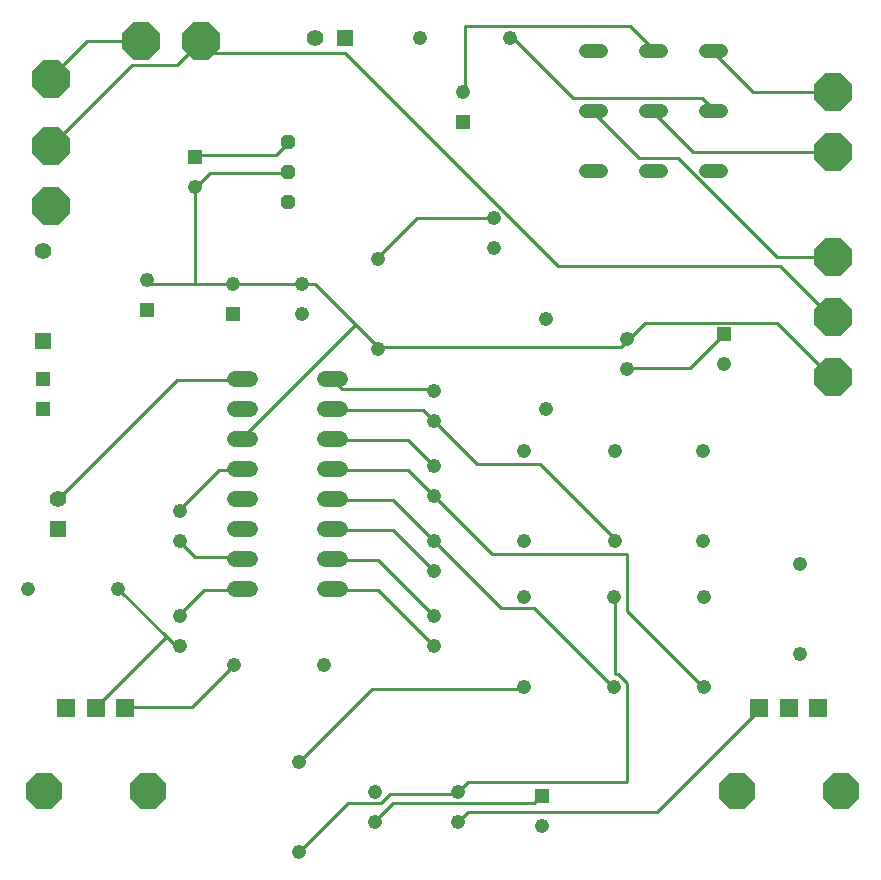
<source format=gbl>
G75*
G70*
%OFA0B0*%
%FSLAX24Y24*%
%IPPOS*%
%LPD*%
%AMOC8*
5,1,8,0,0,1.08239X$1,22.5*
%
%ADD10C,0.0520*%
%ADD11C,0.0476*%
%ADD12R,0.0594X0.0594*%
%ADD13OC8,0.1181*%
%ADD14R,0.0476X0.0476*%
%ADD15OC8,0.1250*%
%ADD16OC8,0.0476*%
%ADD17R,0.0554X0.0554*%
%ADD18C,0.0554*%
%ADD19C,0.0476*%
%ADD20C,0.0100*%
D10*
X008241Y011351D02*
X008761Y011351D01*
X008761Y012351D02*
X008241Y012351D01*
X008241Y013351D02*
X008761Y013351D01*
X008761Y014351D02*
X008241Y014351D01*
X008241Y015351D02*
X008761Y015351D01*
X008761Y016351D02*
X008241Y016351D01*
X008241Y017351D02*
X008761Y017351D01*
X008761Y018351D02*
X008241Y018351D01*
X011241Y018351D02*
X011761Y018351D01*
X011761Y017351D02*
X011241Y017351D01*
X011241Y016351D02*
X011761Y016351D01*
X011761Y015351D02*
X011241Y015351D01*
X011241Y014351D02*
X011761Y014351D01*
X011761Y013351D02*
X011241Y013351D01*
X011241Y012351D02*
X011761Y012351D01*
X011761Y011351D02*
X011241Y011351D01*
D11*
X011201Y008801D03*
X008201Y008801D03*
X006401Y009451D03*
X006401Y010451D03*
X004351Y011351D03*
X006401Y012951D03*
X006401Y013951D03*
X001351Y011351D03*
X005301Y021651D03*
X008176Y021501D03*
X010476Y021501D03*
X010476Y020501D03*
X013001Y019326D03*
X014876Y017951D03*
X014876Y016951D03*
X014876Y015451D03*
X014876Y014451D03*
X014876Y012951D03*
X014876Y011951D03*
X014876Y010451D03*
X014876Y009451D03*
X017876Y008076D03*
X017876Y011076D03*
X017876Y012926D03*
X017876Y015926D03*
X018626Y017351D03*
X020901Y015926D03*
X021326Y018676D03*
X021326Y019676D03*
X018626Y020351D03*
X016876Y022701D03*
X016876Y023701D03*
X015851Y027901D03*
X014426Y029701D03*
X017426Y029701D03*
X013001Y022326D03*
X006926Y024751D03*
X020901Y012926D03*
X020876Y011076D03*
X020876Y008076D03*
X023876Y008076D03*
X023876Y011076D03*
X023851Y012926D03*
X023851Y015926D03*
X024551Y018826D03*
X027076Y012176D03*
X027076Y009176D03*
X018476Y003451D03*
X015676Y003576D03*
X015676Y004576D03*
X012901Y004576D03*
X012901Y003576D03*
X010376Y002576D03*
X010376Y005576D03*
D12*
X004585Y007357D03*
X003601Y007357D03*
X002617Y007357D03*
X025717Y007357D03*
X026701Y007357D03*
X027685Y007357D03*
D13*
X001869Y004601D03*
X005333Y004601D03*
X024969Y004601D03*
X028433Y004601D03*
D14*
X018476Y004451D03*
X024551Y019826D03*
X015851Y026901D03*
X008176Y020501D03*
X005301Y020651D03*
X001851Y018351D03*
X001851Y017351D03*
X006926Y025751D03*
D15*
X007101Y029601D03*
X005101Y029601D03*
X002101Y028351D03*
X002101Y026101D03*
X002101Y024101D03*
X028176Y022401D03*
X028176Y020401D03*
X028176Y018401D03*
X028176Y025901D03*
X028176Y027901D03*
D16*
X010001Y026226D03*
X010001Y025226D03*
X010001Y024226D03*
D17*
X011926Y029701D03*
X001851Y019601D03*
X002351Y013351D03*
D18*
X002351Y014351D03*
X001851Y022601D03*
X010926Y029701D03*
D19*
X019963Y029276D02*
X020439Y029276D01*
X021963Y029276D02*
X022439Y029276D01*
X023963Y029276D02*
X024439Y029276D01*
X024439Y027276D02*
X023963Y027276D01*
X022439Y027276D02*
X021963Y027276D01*
X020439Y027276D02*
X019963Y027276D01*
X019963Y025276D02*
X020439Y025276D01*
X021963Y025276D02*
X022439Y025276D01*
X023963Y025276D02*
X024439Y025276D01*
D20*
X023501Y025901D02*
X028176Y025901D01*
X028176Y027901D02*
X025501Y027901D01*
X024201Y029201D01*
X024201Y029276D01*
X023801Y027701D02*
X024201Y027301D01*
X024201Y027276D01*
X023801Y027701D02*
X019501Y027701D01*
X017501Y029701D01*
X017426Y029701D01*
X015901Y030101D02*
X015901Y027901D01*
X015851Y027901D01*
X015901Y030101D02*
X021401Y030101D01*
X022201Y029301D01*
X022201Y029276D01*
X022201Y027276D02*
X022201Y027201D01*
X023501Y025901D01*
X023001Y025701D02*
X026301Y022401D01*
X028176Y022401D01*
X026401Y022101D02*
X028101Y020401D01*
X028176Y020401D01*
X026301Y020201D02*
X028101Y018401D01*
X028176Y018401D01*
X026301Y020201D02*
X021901Y020201D01*
X021401Y019701D01*
X021326Y019676D01*
X021301Y019601D01*
X021101Y019401D01*
X013001Y019401D01*
X013001Y019326D01*
X013001Y019401D02*
X012301Y020101D01*
X012201Y020101D01*
X008501Y016401D01*
X008501Y016351D01*
X008501Y015351D02*
X008501Y015301D01*
X007701Y015301D01*
X006401Y014001D01*
X006401Y013951D01*
X006401Y012951D02*
X006401Y012901D01*
X006901Y012401D01*
X008501Y012401D01*
X008501Y012351D01*
X008501Y011351D02*
X008501Y011301D01*
X007201Y011301D01*
X006401Y010501D01*
X006401Y010451D01*
X006001Y009701D02*
X005901Y009701D01*
X003601Y007401D01*
X003601Y007357D01*
X004585Y007357D02*
X004601Y007401D01*
X006801Y007401D01*
X008201Y008801D01*
X006401Y009451D02*
X006401Y009501D01*
X006201Y009501D01*
X006001Y009701D01*
X004351Y011351D01*
X002351Y014351D02*
X006301Y018301D01*
X008501Y018301D01*
X008501Y018351D01*
X008176Y021501D02*
X006901Y021501D01*
X006901Y024701D01*
X006926Y024751D01*
X007001Y024801D01*
X007401Y025201D01*
X010001Y025201D01*
X010001Y025226D01*
X009601Y025801D02*
X007001Y025801D01*
X006926Y025751D01*
X009601Y025801D02*
X010001Y026201D01*
X010001Y026226D01*
X011901Y029201D02*
X006701Y029201D01*
X007101Y029601D01*
X006701Y029201D02*
X006301Y028801D01*
X004801Y028801D01*
X002101Y026101D01*
X002101Y028351D02*
X002101Y028401D01*
X003301Y029601D01*
X005101Y029601D01*
X011901Y029201D02*
X019001Y022101D01*
X026401Y022101D01*
X024551Y019826D02*
X024501Y019801D01*
X023401Y018701D01*
X021401Y018701D01*
X021326Y018676D01*
X018401Y015501D02*
X016301Y015501D01*
X014901Y016901D01*
X014876Y016951D01*
X014801Y017001D01*
X014501Y017301D01*
X011501Y017301D01*
X011501Y017351D01*
X011801Y018001D02*
X014801Y018001D01*
X014876Y017951D01*
X014001Y016301D02*
X011501Y016301D01*
X011501Y016351D01*
X011501Y015351D02*
X011501Y015301D01*
X014001Y015301D01*
X014801Y014501D01*
X014876Y014451D01*
X014901Y014401D01*
X016801Y012501D01*
X021301Y012501D01*
X021301Y010601D01*
X023801Y008101D01*
X023876Y008076D01*
X025717Y007357D02*
X025701Y007301D01*
X022301Y003901D01*
X016001Y003901D01*
X015676Y003576D01*
X015601Y004501D02*
X015676Y004576D01*
X016001Y004901D01*
X021301Y004901D01*
X021301Y008201D01*
X021001Y008501D01*
X020901Y008501D01*
X020901Y011001D01*
X020876Y011076D01*
X020901Y012926D02*
X020901Y013001D01*
X018401Y015501D01*
X014876Y015451D02*
X014801Y015501D01*
X014001Y016301D01*
X013501Y014301D02*
X011501Y014301D01*
X011501Y014351D01*
X011501Y013351D02*
X011501Y013301D01*
X013501Y013301D01*
X014801Y012001D01*
X014876Y011951D01*
X014901Y012901D02*
X014876Y012951D01*
X014801Y013001D01*
X013501Y014301D01*
X014901Y012901D02*
X017101Y010701D01*
X018201Y010701D01*
X020801Y008101D01*
X020876Y008076D01*
X017876Y008076D02*
X017801Y008001D01*
X012801Y008001D01*
X010376Y005576D01*
X012001Y004201D02*
X010376Y002576D01*
X012001Y004201D02*
X013101Y004201D01*
X013401Y004501D01*
X015601Y004501D01*
X013501Y004201D02*
X018201Y004201D01*
X018401Y004401D01*
X018476Y004451D01*
X014876Y009451D02*
X014801Y009501D01*
X013001Y011301D01*
X011501Y011301D01*
X011501Y011351D01*
X011501Y012301D02*
X011501Y012351D01*
X011501Y012301D02*
X013001Y012301D01*
X014801Y010501D01*
X014876Y010451D01*
X013501Y004201D02*
X012901Y003601D01*
X012901Y003576D01*
X011801Y018001D02*
X011501Y018301D01*
X011501Y018351D01*
X012301Y020101D02*
X010901Y021501D01*
X010476Y021501D01*
X008176Y021501D01*
X006901Y021501D02*
X005401Y021501D01*
X005301Y021601D01*
X005301Y021651D01*
X013001Y022326D02*
X013001Y022401D01*
X014301Y023701D01*
X016876Y023701D01*
X020201Y027201D02*
X020201Y027276D01*
X020201Y027201D02*
X021701Y025701D01*
X023001Y025701D01*
M02*

</source>
